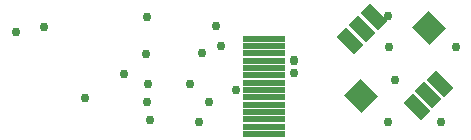
<source format=gts>
G04*
G04 #@! TF.GenerationSoftware,Altium Limited,Altium Designer,20.2.6 (244)*
G04*
G04 Layer_Color=8388736*
%FSLAX25Y25*%
%MOIN*%
G70*
G04*
G04 #@! TF.SameCoordinates,F9A225CC-2508-4984-BBC7-CB0CC3AB3280*
G04*
G04*
G04 #@! TF.FilePolarity,Negative*
G04*
G01*
G75*
G04:AMPARAMS|DCode=13|XSize=76.77mil|YSize=84.65mil|CornerRadius=0mil|HoleSize=0mil|Usage=FLASHONLY|Rotation=225.000|XOffset=0mil|YOffset=0mil|HoleType=Round|Shape=Rectangle|*
%AMROTATEDRECTD13*
4,1,4,-0.00278,0.05707,0.05707,-0.00278,0.00278,-0.05707,-0.05707,0.00278,-0.00278,0.05707,0.0*
%
%ADD13ROTATEDRECTD13*%

G04:AMPARAMS|DCode=14|XSize=45.28mil|YSize=84.65mil|CornerRadius=0mil|HoleSize=0mil|Usage=FLASHONLY|Rotation=225.000|XOffset=0mil|YOffset=0mil|HoleType=Round|Shape=Rectangle|*
%AMROTATEDRECTD14*
4,1,4,-0.01392,0.04593,0.04593,-0.01392,0.01392,-0.04593,-0.04593,0.01392,-0.01392,0.04593,0.0*
%
%ADD14ROTATEDRECTD14*%

%ADD15R,0.14370X0.01850*%
%ADD16C,0.02953*%
D13*
X433450Y289906D02*
D03*
X455999Y312456D02*
D03*
D14*
X451893Y286079D02*
D03*
X455860Y290046D02*
D03*
X459827Y294013D02*
D03*
X437556Y316284D02*
D03*
X433589Y312317D02*
D03*
X429622Y308350D02*
D03*
D15*
X401142Y277244D02*
D03*
Y279685D02*
D03*
Y282126D02*
D03*
Y284567D02*
D03*
Y287008D02*
D03*
Y289449D02*
D03*
Y291890D02*
D03*
Y294331D02*
D03*
Y296772D02*
D03*
Y299213D02*
D03*
Y301654D02*
D03*
Y304095D02*
D03*
Y306535D02*
D03*
Y308976D02*
D03*
D16*
X442480Y316417D02*
D03*
X361929Y316220D02*
D03*
X318268Y311063D02*
D03*
X327638Y312953D02*
D03*
X442362Y281181D02*
D03*
X411096Y301541D02*
D03*
X464961Y306142D02*
D03*
X459961Y281063D02*
D03*
X444724Y295354D02*
D03*
X442837Y306134D02*
D03*
X361642Y303746D02*
D03*
X354533Y297291D02*
D03*
X391693Y291850D02*
D03*
X341260Y289331D02*
D03*
X380315Y304331D02*
D03*
X362953Y281811D02*
D03*
X410984Y297402D02*
D03*
X411096Y301738D02*
D03*
X362520Y293779D02*
D03*
X379291Y281339D02*
D03*
X386575Y306653D02*
D03*
X384921Y313071D02*
D03*
X376339Y294016D02*
D03*
X362047Y287913D02*
D03*
X382598Y287835D02*
D03*
M02*

</source>
